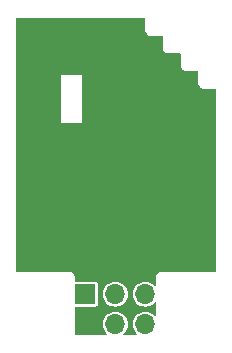
<source format=gbr>
%TF.GenerationSoftware,KiCad,Pcbnew,8.0.6*%
%TF.CreationDate,2024-11-11T17:29:18+03:00*%
%TF.ProjectId,broken-file badge,62726f6b-656e-42d6-9669-6c6520626164,rev?*%
%TF.SameCoordinates,Original*%
%TF.FileFunction,Copper,L1,Top*%
%TF.FilePolarity,Positive*%
%FSLAX46Y46*%
G04 Gerber Fmt 4.6, Leading zero omitted, Abs format (unit mm)*
G04 Created by KiCad (PCBNEW 8.0.6) date 2024-11-11 17:29:18*
%MOMM*%
%LPD*%
G01*
G04 APERTURE LIST*
%TA.AperFunction,ComponentPad*%
%ADD10R,1.700000X1.700000*%
%TD*%
%TA.AperFunction,ComponentPad*%
%ADD11O,1.700000X1.700000*%
%TD*%
G04 APERTURE END LIST*
D10*
%TO.P,J1,1,Pin_1*%
%TO.N,VCC*%
X44275000Y-55995000D03*
D11*
%TO.P,J1,2,Pin_2*%
%TO.N,GND*%
X44275000Y-58535000D03*
%TO.P,J1,3,Pin_3*%
%TO.N,unconnected-(J1-Pin_3-Pad3)*%
X46815000Y-55995000D03*
%TO.P,J1,4,Pin_4*%
%TO.N,unconnected-(J1-Pin_4-Pad4)*%
X46815000Y-58535000D03*
%TO.P,J1,5,Pin_5*%
%TO.N,unconnected-(J1-Pin_5-Pad5)*%
X49355000Y-55995000D03*
%TO.P,J1,6,Pin_6*%
%TO.N,unconnected-(J1-Pin_6-Pad6)*%
X49355000Y-58535000D03*
%TD*%
%TA.AperFunction,Conductor*%
%TO.N,GND*%
G36*
X49355148Y-32624852D02*
G01*
X49369500Y-32659500D01*
X49369500Y-33695895D01*
X49403607Y-33823184D01*
X49403608Y-33823188D01*
X49469500Y-33937314D01*
X49562686Y-34030500D01*
X49604457Y-34054617D01*
X49676811Y-34096391D01*
X49676813Y-34096391D01*
X49676814Y-34096392D01*
X49777207Y-34123292D01*
X49804104Y-34130499D01*
X49804105Y-34130500D01*
X49804108Y-34130500D01*
X50800500Y-34130500D01*
X50835148Y-34144852D01*
X50849500Y-34179500D01*
X50849500Y-35175895D01*
X50883607Y-35303184D01*
X50883608Y-35303188D01*
X50949500Y-35417314D01*
X51042686Y-35510500D01*
X51084457Y-35534617D01*
X51156811Y-35576391D01*
X51156813Y-35576391D01*
X51156814Y-35576392D01*
X51257207Y-35603292D01*
X51284104Y-35610499D01*
X51284105Y-35610500D01*
X51284108Y-35610500D01*
X51415892Y-35610500D01*
X52330500Y-35610500D01*
X52365148Y-35624852D01*
X52379500Y-35659500D01*
X52379500Y-36655895D01*
X52413607Y-36783184D01*
X52413608Y-36783188D01*
X52479500Y-36897314D01*
X52572686Y-36990500D01*
X52614457Y-37014617D01*
X52686811Y-37056391D01*
X52686813Y-37056391D01*
X52686814Y-37056392D01*
X52787207Y-37083292D01*
X52814104Y-37090499D01*
X52814105Y-37090500D01*
X52814108Y-37090500D01*
X53800500Y-37090500D01*
X53835148Y-37104852D01*
X53849500Y-37139500D01*
X53849500Y-38175895D01*
X53883607Y-38303184D01*
X53883608Y-38303188D01*
X53949500Y-38417314D01*
X54042686Y-38510500D01*
X54084457Y-38534617D01*
X54156811Y-38576391D01*
X54156813Y-38576391D01*
X54156814Y-38576392D01*
X54257207Y-38603292D01*
X54284104Y-38610499D01*
X54284105Y-38610500D01*
X54284108Y-38610500D01*
X54415892Y-38610500D01*
X55330166Y-38610500D01*
X55364814Y-38624852D01*
X55379166Y-38659500D01*
X55379166Y-38659530D01*
X55369834Y-54040530D01*
X55355461Y-54075169D01*
X55320834Y-54089500D01*
X50674105Y-54089500D01*
X50546815Y-54123607D01*
X50546811Y-54123608D01*
X50432685Y-54189500D01*
X50432685Y-54189501D01*
X50339501Y-54282685D01*
X50339500Y-54282685D01*
X50273608Y-54396811D01*
X50273607Y-54396815D01*
X50239500Y-54524104D01*
X50239500Y-55279908D01*
X50225148Y-55314556D01*
X50190500Y-55328908D01*
X50155852Y-55314556D01*
X50152627Y-55310998D01*
X50101410Y-55248590D01*
X49941450Y-55117315D01*
X49758954Y-55019768D01*
X49560934Y-54959700D01*
X49355000Y-54939417D01*
X49149065Y-54959700D01*
X49149064Y-54959700D01*
X48951043Y-55019769D01*
X48768548Y-55117316D01*
X48608590Y-55248590D01*
X48477316Y-55408548D01*
X48379769Y-55591043D01*
X48319700Y-55789064D01*
X48319700Y-55789065D01*
X48319700Y-55789066D01*
X48299417Y-55995000D01*
X48319700Y-56200934D01*
X48379768Y-56398954D01*
X48477315Y-56581450D01*
X48608590Y-56741410D01*
X48768550Y-56872685D01*
X48951046Y-56970232D01*
X49149066Y-57030300D01*
X49355000Y-57050583D01*
X49560934Y-57030300D01*
X49758954Y-56970232D01*
X49941450Y-56872685D01*
X50101410Y-56741410D01*
X50152624Y-56679004D01*
X50185697Y-56661327D01*
X50221585Y-56672213D01*
X50239264Y-56705288D01*
X50239500Y-56710091D01*
X50239500Y-57819908D01*
X50225148Y-57854556D01*
X50190500Y-57868908D01*
X50155852Y-57854556D01*
X50152627Y-57850998D01*
X50101410Y-57788590D01*
X49941450Y-57657315D01*
X49758954Y-57559768D01*
X49560934Y-57499700D01*
X49355000Y-57479417D01*
X49149065Y-57499700D01*
X49149064Y-57499700D01*
X48951043Y-57559769D01*
X48768548Y-57657316D01*
X48608590Y-57788590D01*
X48477316Y-57948548D01*
X48379769Y-58131043D01*
X48319700Y-58329064D01*
X48319700Y-58329065D01*
X48319700Y-58329066D01*
X48299417Y-58535000D01*
X48319700Y-58740934D01*
X48379768Y-58938954D01*
X48477315Y-59121450D01*
X48608590Y-59281410D01*
X48658808Y-59322623D01*
X48676487Y-59355697D01*
X48665601Y-59391585D01*
X48632526Y-59409264D01*
X48627723Y-59409500D01*
X47542277Y-59409500D01*
X47507629Y-59395148D01*
X47493277Y-59360500D01*
X47507629Y-59325852D01*
X47511184Y-59322628D01*
X47561410Y-59281410D01*
X47692685Y-59121450D01*
X47790232Y-58938954D01*
X47850300Y-58740934D01*
X47870583Y-58535000D01*
X47850300Y-58329066D01*
X47790232Y-58131046D01*
X47692685Y-57948550D01*
X47561410Y-57788590D01*
X47401450Y-57657315D01*
X47218954Y-57559768D01*
X47020934Y-57499700D01*
X46815000Y-57479417D01*
X46609065Y-57499700D01*
X46609064Y-57499700D01*
X46411043Y-57559769D01*
X46228548Y-57657316D01*
X46068590Y-57788590D01*
X45937316Y-57948548D01*
X45839769Y-58131043D01*
X45779700Y-58329064D01*
X45779700Y-58329065D01*
X45779700Y-58329066D01*
X45759417Y-58535000D01*
X45779700Y-58740934D01*
X45839768Y-58938954D01*
X45937315Y-59121450D01*
X46068590Y-59281410D01*
X46118808Y-59322623D01*
X46136487Y-59355697D01*
X46125601Y-59391585D01*
X46092526Y-59409264D01*
X46087723Y-59409500D01*
X43439500Y-59409500D01*
X43404852Y-59395148D01*
X43390500Y-59360500D01*
X43390500Y-57094500D01*
X43404852Y-57059852D01*
X43439500Y-57045500D01*
X45144745Y-57045500D01*
X45144748Y-57045500D01*
X45203231Y-57033867D01*
X45269552Y-56989552D01*
X45313867Y-56923231D01*
X45325500Y-56864748D01*
X45325500Y-55995000D01*
X45759417Y-55995000D01*
X45779700Y-56200934D01*
X45839768Y-56398954D01*
X45937315Y-56581450D01*
X46068590Y-56741410D01*
X46228550Y-56872685D01*
X46411046Y-56970232D01*
X46609066Y-57030300D01*
X46815000Y-57050583D01*
X47020934Y-57030300D01*
X47218954Y-56970232D01*
X47401450Y-56872685D01*
X47561410Y-56741410D01*
X47692685Y-56581450D01*
X47790232Y-56398954D01*
X47850300Y-56200934D01*
X47870583Y-55995000D01*
X47850300Y-55789066D01*
X47790232Y-55591046D01*
X47692685Y-55408550D01*
X47561410Y-55248590D01*
X47401450Y-55117315D01*
X47218954Y-55019768D01*
X47020934Y-54959700D01*
X46815000Y-54939417D01*
X46609065Y-54959700D01*
X46609064Y-54959700D01*
X46411043Y-55019769D01*
X46228548Y-55117316D01*
X46068590Y-55248590D01*
X45937316Y-55408548D01*
X45839769Y-55591043D01*
X45779700Y-55789064D01*
X45779700Y-55789065D01*
X45779700Y-55789066D01*
X45759417Y-55995000D01*
X45325500Y-55995000D01*
X45325500Y-55125252D01*
X45313867Y-55066769D01*
X45282462Y-55019769D01*
X45269552Y-55000447D01*
X45208569Y-54959700D01*
X45203231Y-54956133D01*
X45144748Y-54944500D01*
X43439500Y-54944500D01*
X43404852Y-54930148D01*
X43390500Y-54895500D01*
X43390500Y-54524105D01*
X43390499Y-54524104D01*
X43356392Y-54396815D01*
X43356391Y-54396811D01*
X43290499Y-54282685D01*
X43197314Y-54189500D01*
X43083188Y-54123608D01*
X43083184Y-54123607D01*
X42955895Y-54089500D01*
X42955892Y-54089500D01*
X38419500Y-54089500D01*
X38384852Y-54075148D01*
X38370500Y-54040500D01*
X38370500Y-41500000D01*
X42240000Y-41500000D01*
X43999999Y-41500000D01*
X44000000Y-41500000D01*
X43990000Y-37450000D01*
X43980056Y-37449942D01*
X42250000Y-37439999D01*
X42249999Y-37440000D01*
X42240000Y-41500000D01*
X38370500Y-41500000D01*
X38370500Y-32659500D01*
X38384852Y-32624852D01*
X38419500Y-32610500D01*
X49320500Y-32610500D01*
X49355148Y-32624852D01*
G37*
%TD.AperFunction*%
%TD*%
M02*

</source>
